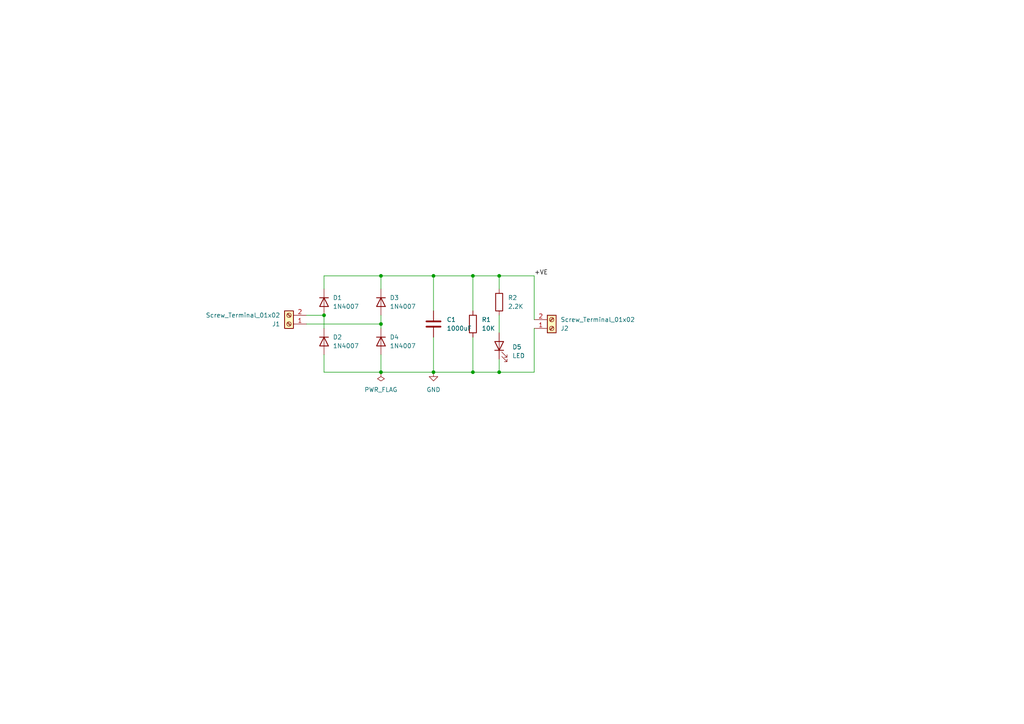
<source format=kicad_sch>
(kicad_sch
	(version 20231120)
	(generator "eeschema")
	(generator_version "8.0")
	(uuid "909f84d7-177e-43ee-8fff-eba7fe9a0151")
	(paper "A4")
	(title_block
		(title "AC_TO_DC_CONVERTER")
		(date "19-01-25")
	)
	(lib_symbols
		(symbol "Connector:Screw_Terminal_01x02"
			(pin_names
				(offset 1.016) hide)
			(exclude_from_sim no)
			(in_bom yes)
			(on_board yes)
			(property "Reference" "J"
				(at 0 2.54 0)
				(effects
					(font
						(size 1.27 1.27)
					)
				)
			)
			(property "Value" "Screw_Terminal_01x02"
				(at 0 -5.08 0)
				(effects
					(font
						(size 1.27 1.27)
					)
				)
			)
			(property "Footprint" ""
				(at 0 0 0)
				(effects
					(font
						(size 1.27 1.27)
					)
					(hide yes)
				)
			)
			(property "Datasheet" "~"
				(at 0 0 0)
				(effects
					(font
						(size 1.27 1.27)
					)
					(hide yes)
				)
			)
			(property "Description" "Generic screw terminal, single row, 01x02, script generated (kicad-library-utils/schlib/autogen/connector/)"
				(at 0 0 0)
				(effects
					(font
						(size 1.27 1.27)
					)
					(hide yes)
				)
			)
			(property "ki_keywords" "screw terminal"
				(at 0 0 0)
				(effects
					(font
						(size 1.27 1.27)
					)
					(hide yes)
				)
			)
			(property "ki_fp_filters" "TerminalBlock*:*"
				(at 0 0 0)
				(effects
					(font
						(size 1.27 1.27)
					)
					(hide yes)
				)
			)
			(symbol "Screw_Terminal_01x02_1_1"
				(rectangle
					(start -1.27 1.27)
					(end 1.27 -3.81)
					(stroke
						(width 0.254)
						(type default)
					)
					(fill
						(type background)
					)
				)
				(circle
					(center 0 -2.54)
					(radius 0.635)
					(stroke
						(width 0.1524)
						(type default)
					)
					(fill
						(type none)
					)
				)
				(polyline
					(pts
						(xy -0.5334 -2.2098) (xy 0.3302 -3.048)
					)
					(stroke
						(width 0.1524)
						(type default)
					)
					(fill
						(type none)
					)
				)
				(polyline
					(pts
						(xy -0.5334 0.3302) (xy 0.3302 -0.508)
					)
					(stroke
						(width 0.1524)
						(type default)
					)
					(fill
						(type none)
					)
				)
				(polyline
					(pts
						(xy -0.3556 -2.032) (xy 0.508 -2.8702)
					)
					(stroke
						(width 0.1524)
						(type default)
					)
					(fill
						(type none)
					)
				)
				(polyline
					(pts
						(xy -0.3556 0.508) (xy 0.508 -0.3302)
					)
					(stroke
						(width 0.1524)
						(type default)
					)
					(fill
						(type none)
					)
				)
				(circle
					(center 0 0)
					(radius 0.635)
					(stroke
						(width 0.1524)
						(type default)
					)
					(fill
						(type none)
					)
				)
				(pin passive line
					(at -5.08 0 0)
					(length 3.81)
					(name "Pin_1"
						(effects
							(font
								(size 1.27 1.27)
							)
						)
					)
					(number "1"
						(effects
							(font
								(size 1.27 1.27)
							)
						)
					)
				)
				(pin passive line
					(at -5.08 -2.54 0)
					(length 3.81)
					(name "Pin_2"
						(effects
							(font
								(size 1.27 1.27)
							)
						)
					)
					(number "2"
						(effects
							(font
								(size 1.27 1.27)
							)
						)
					)
				)
			)
		)
		(symbol "Device:C"
			(pin_numbers hide)
			(pin_names
				(offset 0.254)
			)
			(exclude_from_sim no)
			(in_bom yes)
			(on_board yes)
			(property "Reference" "C"
				(at 0.635 2.54 0)
				(effects
					(font
						(size 1.27 1.27)
					)
					(justify left)
				)
			)
			(property "Value" "C"
				(at 0.635 -2.54 0)
				(effects
					(font
						(size 1.27 1.27)
					)
					(justify left)
				)
			)
			(property "Footprint" ""
				(at 0.9652 -3.81 0)
				(effects
					(font
						(size 1.27 1.27)
					)
					(hide yes)
				)
			)
			(property "Datasheet" "~"
				(at 0 0 0)
				(effects
					(font
						(size 1.27 1.27)
					)
					(hide yes)
				)
			)
			(property "Description" "Unpolarized capacitor"
				(at 0 0 0)
				(effects
					(font
						(size 1.27 1.27)
					)
					(hide yes)
				)
			)
			(property "ki_keywords" "cap capacitor"
				(at 0 0 0)
				(effects
					(font
						(size 1.27 1.27)
					)
					(hide yes)
				)
			)
			(property "ki_fp_filters" "C_*"
				(at 0 0 0)
				(effects
					(font
						(size 1.27 1.27)
					)
					(hide yes)
				)
			)
			(symbol "C_0_1"
				(polyline
					(pts
						(xy -2.032 -0.762) (xy 2.032 -0.762)
					)
					(stroke
						(width 0.508)
						(type default)
					)
					(fill
						(type none)
					)
				)
				(polyline
					(pts
						(xy -2.032 0.762) (xy 2.032 0.762)
					)
					(stroke
						(width 0.508)
						(type default)
					)
					(fill
						(type none)
					)
				)
			)
			(symbol "C_1_1"
				(pin passive line
					(at 0 3.81 270)
					(length 2.794)
					(name "~"
						(effects
							(font
								(size 1.27 1.27)
							)
						)
					)
					(number "1"
						(effects
							(font
								(size 1.27 1.27)
							)
						)
					)
				)
				(pin passive line
					(at 0 -3.81 90)
					(length 2.794)
					(name "~"
						(effects
							(font
								(size 1.27 1.27)
							)
						)
					)
					(number "2"
						(effects
							(font
								(size 1.27 1.27)
							)
						)
					)
				)
			)
		)
		(symbol "Device:LED"
			(pin_numbers hide)
			(pin_names
				(offset 1.016) hide)
			(exclude_from_sim no)
			(in_bom yes)
			(on_board yes)
			(property "Reference" "D"
				(at 0 2.54 0)
				(effects
					(font
						(size 1.27 1.27)
					)
				)
			)
			(property "Value" "LED"
				(at 0 -2.54 0)
				(effects
					(font
						(size 1.27 1.27)
					)
				)
			)
			(property "Footprint" ""
				(at 0 0 0)
				(effects
					(font
						(size 1.27 1.27)
					)
					(hide yes)
				)
			)
			(property "Datasheet" "~"
				(at 0 0 0)
				(effects
					(font
						(size 1.27 1.27)
					)
					(hide yes)
				)
			)
			(property "Description" "Light emitting diode"
				(at 0 0 0)
				(effects
					(font
						(size 1.27 1.27)
					)
					(hide yes)
				)
			)
			(property "ki_keywords" "LED diode"
				(at 0 0 0)
				(effects
					(font
						(size 1.27 1.27)
					)
					(hide yes)
				)
			)
			(property "ki_fp_filters" "LED* LED_SMD:* LED_THT:*"
				(at 0 0 0)
				(effects
					(font
						(size 1.27 1.27)
					)
					(hide yes)
				)
			)
			(symbol "LED_0_1"
				(polyline
					(pts
						(xy -1.27 -1.27) (xy -1.27 1.27)
					)
					(stroke
						(width 0.254)
						(type default)
					)
					(fill
						(type none)
					)
				)
				(polyline
					(pts
						(xy -1.27 0) (xy 1.27 0)
					)
					(stroke
						(width 0)
						(type default)
					)
					(fill
						(type none)
					)
				)
				(polyline
					(pts
						(xy 1.27 -1.27) (xy 1.27 1.27) (xy -1.27 0) (xy 1.27 -1.27)
					)
					(stroke
						(width 0.254)
						(type default)
					)
					(fill
						(type none)
					)
				)
				(polyline
					(pts
						(xy -3.048 -0.762) (xy -4.572 -2.286) (xy -3.81 -2.286) (xy -4.572 -2.286) (xy -4.572 -1.524)
					)
					(stroke
						(width 0)
						(type default)
					)
					(fill
						(type none)
					)
				)
				(polyline
					(pts
						(xy -1.778 -0.762) (xy -3.302 -2.286) (xy -2.54 -2.286) (xy -3.302 -2.286) (xy -3.302 -1.524)
					)
					(stroke
						(width 0)
						(type default)
					)
					(fill
						(type none)
					)
				)
			)
			(symbol "LED_1_1"
				(pin passive line
					(at -3.81 0 0)
					(length 2.54)
					(name "K"
						(effects
							(font
								(size 1.27 1.27)
							)
						)
					)
					(number "1"
						(effects
							(font
								(size 1.27 1.27)
							)
						)
					)
				)
				(pin passive line
					(at 3.81 0 180)
					(length 2.54)
					(name "A"
						(effects
							(font
								(size 1.27 1.27)
							)
						)
					)
					(number "2"
						(effects
							(font
								(size 1.27 1.27)
							)
						)
					)
				)
			)
		)
		(symbol "Device:R"
			(pin_numbers hide)
			(pin_names
				(offset 0)
			)
			(exclude_from_sim no)
			(in_bom yes)
			(on_board yes)
			(property "Reference" "R"
				(at 2.032 0 90)
				(effects
					(font
						(size 1.27 1.27)
					)
				)
			)
			(property "Value" "R"
				(at 0 0 90)
				(effects
					(font
						(size 1.27 1.27)
					)
				)
			)
			(property "Footprint" ""
				(at -1.778 0 90)
				(effects
					(font
						(size 1.27 1.27)
					)
					(hide yes)
				)
			)
			(property "Datasheet" "~"
				(at 0 0 0)
				(effects
					(font
						(size 1.27 1.27)
					)
					(hide yes)
				)
			)
			(property "Description" "Resistor"
				(at 0 0 0)
				(effects
					(font
						(size 1.27 1.27)
					)
					(hide yes)
				)
			)
			(property "ki_keywords" "R res resistor"
				(at 0 0 0)
				(effects
					(font
						(size 1.27 1.27)
					)
					(hide yes)
				)
			)
			(property "ki_fp_filters" "R_*"
				(at 0 0 0)
				(effects
					(font
						(size 1.27 1.27)
					)
					(hide yes)
				)
			)
			(symbol "R_0_1"
				(rectangle
					(start -1.016 -2.54)
					(end 1.016 2.54)
					(stroke
						(width 0.254)
						(type default)
					)
					(fill
						(type none)
					)
				)
			)
			(symbol "R_1_1"
				(pin passive line
					(at 0 3.81 270)
					(length 1.27)
					(name "~"
						(effects
							(font
								(size 1.27 1.27)
							)
						)
					)
					(number "1"
						(effects
							(font
								(size 1.27 1.27)
							)
						)
					)
				)
				(pin passive line
					(at 0 -3.81 90)
					(length 1.27)
					(name "~"
						(effects
							(font
								(size 1.27 1.27)
							)
						)
					)
					(number "2"
						(effects
							(font
								(size 1.27 1.27)
							)
						)
					)
				)
			)
		)
		(symbol "Diode:1N4007"
			(pin_numbers hide)
			(pin_names hide)
			(exclude_from_sim no)
			(in_bom yes)
			(on_board yes)
			(property "Reference" "D"
				(at 0 2.54 0)
				(effects
					(font
						(size 1.27 1.27)
					)
				)
			)
			(property "Value" "1N4007"
				(at 0 -2.54 0)
				(effects
					(font
						(size 1.27 1.27)
					)
				)
			)
			(property "Footprint" "Diode_THT:D_DO-41_SOD81_P10.16mm_Horizontal"
				(at 0 -4.445 0)
				(effects
					(font
						(size 1.27 1.27)
					)
					(hide yes)
				)
			)
			(property "Datasheet" "http://www.vishay.com/docs/88503/1n4001.pdf"
				(at 0 0 0)
				(effects
					(font
						(size 1.27 1.27)
					)
					(hide yes)
				)
			)
			(property "Description" "1000V 1A General Purpose Rectifier Diode, DO-41"
				(at 0 0 0)
				(effects
					(font
						(size 1.27 1.27)
					)
					(hide yes)
				)
			)
			(property "Sim.Device" "D"
				(at 0 0 0)
				(effects
					(font
						(size 1.27 1.27)
					)
					(hide yes)
				)
			)
			(property "Sim.Pins" "1=K 2=A"
				(at 0 0 0)
				(effects
					(font
						(size 1.27 1.27)
					)
					(hide yes)
				)
			)
			(property "ki_keywords" "diode"
				(at 0 0 0)
				(effects
					(font
						(size 1.27 1.27)
					)
					(hide yes)
				)
			)
			(property "ki_fp_filters" "D*DO?41*"
				(at 0 0 0)
				(effects
					(font
						(size 1.27 1.27)
					)
					(hide yes)
				)
			)
			(symbol "1N4007_0_1"
				(polyline
					(pts
						(xy -1.27 1.27) (xy -1.27 -1.27)
					)
					(stroke
						(width 0.254)
						(type default)
					)
					(fill
						(type none)
					)
				)
				(polyline
					(pts
						(xy 1.27 0) (xy -1.27 0)
					)
					(stroke
						(width 0)
						(type default)
					)
					(fill
						(type none)
					)
				)
				(polyline
					(pts
						(xy 1.27 1.27) (xy 1.27 -1.27) (xy -1.27 0) (xy 1.27 1.27)
					)
					(stroke
						(width 0.254)
						(type default)
					)
					(fill
						(type none)
					)
				)
			)
			(symbol "1N4007_1_1"
				(pin passive line
					(at -3.81 0 0)
					(length 2.54)
					(name "K"
						(effects
							(font
								(size 1.27 1.27)
							)
						)
					)
					(number "1"
						(effects
							(font
								(size 1.27 1.27)
							)
						)
					)
				)
				(pin passive line
					(at 3.81 0 180)
					(length 2.54)
					(name "A"
						(effects
							(font
								(size 1.27 1.27)
							)
						)
					)
					(number "2"
						(effects
							(font
								(size 1.27 1.27)
							)
						)
					)
				)
			)
		)
		(symbol "power:GND"
			(power)
			(pin_numbers hide)
			(pin_names
				(offset 0) hide)
			(exclude_from_sim no)
			(in_bom yes)
			(on_board yes)
			(property "Reference" "#PWR"
				(at 0 -6.35 0)
				(effects
					(font
						(size 1.27 1.27)
					)
					(hide yes)
				)
			)
			(property "Value" "GND"
				(at 0 -3.81 0)
				(effects
					(font
						(size 1.27 1.27)
					)
				)
			)
			(property "Footprint" ""
				(at 0 0 0)
				(effects
					(font
						(size 1.27 1.27)
					)
					(hide yes)
				)
			)
			(property "Datasheet" ""
				(at 0 0 0)
				(effects
					(font
						(size 1.27 1.27)
					)
					(hide yes)
				)
			)
			(property "Description" "Power symbol creates a global label with name \"GND\" , ground"
				(at 0 0 0)
				(effects
					(font
						(size 1.27 1.27)
					)
					(hide yes)
				)
			)
			(property "ki_keywords" "global power"
				(at 0 0 0)
				(effects
					(font
						(size 1.27 1.27)
					)
					(hide yes)
				)
			)
			(symbol "GND_0_1"
				(polyline
					(pts
						(xy 0 0) (xy 0 -1.27) (xy 1.27 -1.27) (xy 0 -2.54) (xy -1.27 -1.27) (xy 0 -1.27)
					)
					(stroke
						(width 0)
						(type default)
					)
					(fill
						(type none)
					)
				)
			)
			(symbol "GND_1_1"
				(pin power_in line
					(at 0 0 270)
					(length 0)
					(name "~"
						(effects
							(font
								(size 1.27 1.27)
							)
						)
					)
					(number "1"
						(effects
							(font
								(size 1.27 1.27)
							)
						)
					)
				)
			)
		)
		(symbol "power:PWR_FLAG"
			(power)
			(pin_numbers hide)
			(pin_names
				(offset 0) hide)
			(exclude_from_sim no)
			(in_bom yes)
			(on_board yes)
			(property "Reference" "#FLG"
				(at 0 1.905 0)
				(effects
					(font
						(size 1.27 1.27)
					)
					(hide yes)
				)
			)
			(property "Value" "PWR_FLAG"
				(at 0 3.81 0)
				(effects
					(font
						(size 1.27 1.27)
					)
				)
			)
			(property "Footprint" ""
				(at 0 0 0)
				(effects
					(font
						(size 1.27 1.27)
					)
					(hide yes)
				)
			)
			(property "Datasheet" "~"
				(at 0 0 0)
				(effects
					(font
						(size 1.27 1.27)
					)
					(hide yes)
				)
			)
			(property "Description" "Special symbol for telling ERC where power comes from"
				(at 0 0 0)
				(effects
					(font
						(size 1.27 1.27)
					)
					(hide yes)
				)
			)
			(property "ki_keywords" "flag power"
				(at 0 0 0)
				(effects
					(font
						(size 1.27 1.27)
					)
					(hide yes)
				)
			)
			(symbol "PWR_FLAG_0_0"
				(pin power_out line
					(at 0 0 90)
					(length 0)
					(name "~"
						(effects
							(font
								(size 1.27 1.27)
							)
						)
					)
					(number "1"
						(effects
							(font
								(size 1.27 1.27)
							)
						)
					)
				)
			)
			(symbol "PWR_FLAG_0_1"
				(polyline
					(pts
						(xy 0 0) (xy 0 1.27) (xy -1.016 1.905) (xy 0 2.54) (xy 1.016 1.905) (xy 0 1.27)
					)
					(stroke
						(width 0)
						(type default)
					)
					(fill
						(type none)
					)
				)
			)
		)
	)
	(junction
		(at 110.49 107.95)
		(diameter 0)
		(color 0 0 0 0)
		(uuid "096b1a6b-41ef-4941-b806-62bba9561f3d")
	)
	(junction
		(at 110.49 80.01)
		(diameter 0)
		(color 0 0 0 0)
		(uuid "0c2bfc3b-af0c-4d9c-b7e2-544413d5046a")
	)
	(junction
		(at 125.73 80.01)
		(diameter 0)
		(color 0 0 0 0)
		(uuid "1b4eb28f-63f9-4a81-ad4c-deb4815d81a7")
	)
	(junction
		(at 110.49 93.98)
		(diameter 0)
		(color 0 0 0 0)
		(uuid "6b3fc6ab-9a4c-4420-b6e9-5a8809e673cf")
	)
	(junction
		(at 144.78 80.01)
		(diameter 0)
		(color 0 0 0 0)
		(uuid "6fe7c7d0-e563-4ebf-b54d-87296913c70a")
	)
	(junction
		(at 137.16 80.01)
		(diameter 0)
		(color 0 0 0 0)
		(uuid "71b1577c-6638-45c8-b501-1a613f4bea01")
	)
	(junction
		(at 93.98 91.44)
		(diameter 0)
		(color 0 0 0 0)
		(uuid "7f74418e-b473-4c81-9763-1e2549d52dca")
	)
	(junction
		(at 137.16 107.95)
		(diameter 0)
		(color 0 0 0 0)
		(uuid "b296ee17-21e7-4c92-b87d-3aba732cde88")
	)
	(junction
		(at 125.73 107.95)
		(diameter 0)
		(color 0 0 0 0)
		(uuid "e93279b8-0779-4c9c-9fc7-a0f5dcbcc398")
	)
	(junction
		(at 144.78 107.95)
		(diameter 0)
		(color 0 0 0 0)
		(uuid "f76ec81d-80f7-4bcc-98ff-2ffd4c8c840a")
	)
	(wire
		(pts
			(xy 110.49 102.87) (xy 110.49 107.95)
		)
		(stroke
			(width 0)
			(type default)
		)
		(uuid "020e0df3-8f79-4356-b73b-eb905f8d4182")
	)
	(wire
		(pts
			(xy 137.16 80.01) (xy 144.78 80.01)
		)
		(stroke
			(width 0)
			(type default)
		)
		(uuid "0744fb17-4d5f-4a68-8624-2aefdce26347")
	)
	(wire
		(pts
			(xy 110.49 91.44) (xy 110.49 93.98)
		)
		(stroke
			(width 0)
			(type default)
		)
		(uuid "074512da-a5be-4fd3-8555-7740a3683b14")
	)
	(wire
		(pts
			(xy 144.78 91.44) (xy 144.78 96.52)
		)
		(stroke
			(width 0)
			(type default)
		)
		(uuid "076d15a5-5e75-428a-bca1-aa168d55606c")
	)
	(wire
		(pts
			(xy 93.98 91.44) (xy 93.98 95.25)
		)
		(stroke
			(width 0)
			(type default)
		)
		(uuid "0c74044c-4779-4264-abea-b063b01af25b")
	)
	(wire
		(pts
			(xy 93.98 102.87) (xy 93.98 107.95)
		)
		(stroke
			(width 0)
			(type default)
		)
		(uuid "23d60ea0-431f-42c6-9d7c-53e5d1010af1")
	)
	(wire
		(pts
			(xy 137.16 107.95) (xy 144.78 107.95)
		)
		(stroke
			(width 0)
			(type default)
		)
		(uuid "2fcbf1fd-94e5-4cee-a458-c9d99f5fa082")
	)
	(wire
		(pts
			(xy 93.98 80.01) (xy 110.49 80.01)
		)
		(stroke
			(width 0)
			(type default)
		)
		(uuid "324f4eea-67ca-41a8-8139-2057f68b88d8")
	)
	(wire
		(pts
			(xy 125.73 90.17) (xy 125.73 80.01)
		)
		(stroke
			(width 0)
			(type default)
		)
		(uuid "34bfed43-89f0-4410-96ef-b687ba5ba9ec")
	)
	(wire
		(pts
			(xy 93.98 83.82) (xy 93.98 80.01)
		)
		(stroke
			(width 0)
			(type default)
		)
		(uuid "3a1eee81-7b49-4c0a-8f08-e20887d6cc71")
	)
	(wire
		(pts
			(xy 137.16 80.01) (xy 137.16 90.17)
		)
		(stroke
			(width 0)
			(type default)
		)
		(uuid "5061a99f-0e01-4035-9cbd-8489d292ce70")
	)
	(wire
		(pts
			(xy 154.94 107.95) (xy 144.78 107.95)
		)
		(stroke
			(width 0)
			(type default)
		)
		(uuid "62d48ea4-237b-4134-9494-77c02f560363")
	)
	(wire
		(pts
			(xy 125.73 97.79) (xy 125.73 107.95)
		)
		(stroke
			(width 0)
			(type default)
		)
		(uuid "6dca4e26-e8e8-4ff8-a9f2-e0bdd5fb8d11")
	)
	(wire
		(pts
			(xy 93.98 107.95) (xy 110.49 107.95)
		)
		(stroke
			(width 0)
			(type default)
		)
		(uuid "71905ab4-220d-4a67-a8bb-28737ab90c5d")
	)
	(wire
		(pts
			(xy 154.94 95.25) (xy 154.94 107.95)
		)
		(stroke
			(width 0)
			(type default)
		)
		(uuid "7ced31f1-0ea0-49cd-80eb-4e3130b087c5")
	)
	(wire
		(pts
			(xy 110.49 80.01) (xy 110.49 83.82)
		)
		(stroke
			(width 0)
			(type default)
		)
		(uuid "821ee1c0-db84-42d6-b710-1c55ef1a5ea3")
	)
	(wire
		(pts
			(xy 88.9 91.44) (xy 93.98 91.44)
		)
		(stroke
			(width 0)
			(type default)
		)
		(uuid "852940a1-3f49-4f31-94af-62e838d8fdcc")
	)
	(wire
		(pts
			(xy 125.73 107.95) (xy 110.49 107.95)
		)
		(stroke
			(width 0)
			(type default)
		)
		(uuid "8c01a060-85ab-4192-836c-9cb3ea43d8ff")
	)
	(wire
		(pts
			(xy 125.73 80.01) (xy 137.16 80.01)
		)
		(stroke
			(width 0)
			(type default)
		)
		(uuid "91e62511-e681-40bd-abe0-5e3a8719009b")
	)
	(wire
		(pts
			(xy 110.49 93.98) (xy 110.49 95.25)
		)
		(stroke
			(width 0)
			(type default)
		)
		(uuid "9ac41715-120c-4386-983c-cb66a53c09e7")
	)
	(wire
		(pts
			(xy 137.16 97.79) (xy 137.16 107.95)
		)
		(stroke
			(width 0)
			(type default)
		)
		(uuid "aa068f1d-0644-4124-95c6-220facee0342")
	)
	(wire
		(pts
			(xy 88.9 93.98) (xy 110.49 93.98)
		)
		(stroke
			(width 0)
			(type default)
		)
		(uuid "b01a63c7-6594-4007-b20d-de1827aa64b5")
	)
	(wire
		(pts
			(xy 144.78 107.95) (xy 144.78 104.14)
		)
		(stroke
			(width 0)
			(type default)
		)
		(uuid "b846f42c-3808-49e4-90fb-2b0c55be8b1d")
	)
	(wire
		(pts
			(xy 144.78 80.01) (xy 144.78 83.82)
		)
		(stroke
			(width 0)
			(type default)
		)
		(uuid "bbfd0b79-8721-496d-804f-d945a976964e")
	)
	(wire
		(pts
			(xy 144.78 80.01) (xy 154.94 80.01)
		)
		(stroke
			(width 0)
			(type default)
		)
		(uuid "c0023aae-a44d-42a7-a6b8-103c11b0a8a0")
	)
	(wire
		(pts
			(xy 154.94 92.71) (xy 154.94 80.01)
		)
		(stroke
			(width 0)
			(type default)
		)
		(uuid "d646798f-c151-4d74-8c80-d73ae5f2a82c")
	)
	(wire
		(pts
			(xy 125.73 80.01) (xy 110.49 80.01)
		)
		(stroke
			(width 0)
			(type default)
		)
		(uuid "e5982ac8-cdad-4f1d-a9aa-c638a1ebd459")
	)
	(wire
		(pts
			(xy 125.73 107.95) (xy 137.16 107.95)
		)
		(stroke
			(width 0)
			(type default)
		)
		(uuid "f4afd2a0-4f59-435d-a3bf-7bfd1abac3ee")
	)
	(label "+VE"
		(at 154.94 80.01 0)
		(fields_autoplaced yes)
		(effects
			(font
				(size 1.27 1.27)
			)
			(justify left bottom)
		)
		(uuid "09fce7cd-7b7e-4044-986d-330c1526231c")
	)
	(symbol
		(lib_id "Connector:Screw_Terminal_01x02")
		(at 83.82 93.98 180)
		(unit 1)
		(exclude_from_sim no)
		(in_bom yes)
		(on_board yes)
		(dnp no)
		(uuid "11eecdc4-0ab4-4cbb-b26e-49e948cafe72")
		(property "Reference" "J1"
			(at 81.28 93.9801 0)
			(effects
				(font
					(size 1.27 1.27)
				)
				(justify left)
			)
		)
		(property "Value" "Screw_Terminal_01x02"
			(at 81.28 91.4401 0)
			(effects
				(font
					(size 1.27 1.27)
				)
				(justify left)
			)
		)
		(property "Footprint" "TerminalBlock:TerminalBlock_bornier-2_P5.08mm"
			(at 83.82 93.98 0)
			(effects
				(font
					(size 1.27 1.27)
				)
				(hide yes)
			)
		)
		(property "Datasheet" "~"
			(at 83.82 93.98 0)
			(effects
				(font
					(size 1.27 1.27)
				)
				(hide yes)
			)
		)
		(property "Description" "Generic screw terminal, single row, 01x02, script generated (kicad-library-utils/schlib/autogen/connector/)"
			(at 83.82 93.98 0)
			(effects
				(font
					(size 1.27 1.27)
				)
				(hide yes)
			)
		)
		(pin "1"
			(uuid "3d5752fc-aafc-4f80-8a56-78970b416c37")
		)
		(pin "2"
			(uuid "973d6939-785f-4aa7-aeac-51abdec25a49")
		)
		(instances
			(project ""
				(path "/909f84d7-177e-43ee-8fff-eba7fe9a0151"
					(reference "J1")
					(unit 1)
				)
			)
		)
	)
	(symbol
		(lib_id "power:GND")
		(at 125.73 107.95 0)
		(unit 1)
		(exclude_from_sim no)
		(in_bom yes)
		(on_board yes)
		(dnp no)
		(fields_autoplaced yes)
		(uuid "24f2d31c-5066-4be1-bfff-9cc4729e047e")
		(property "Reference" "#PWR01"
			(at 125.73 114.3 0)
			(effects
				(font
					(size 1.27 1.27)
				)
				(hide yes)
			)
		)
		(property "Value" "GND"
			(at 125.73 113.03 0)
			(effects
				(font
					(size 1.27 1.27)
				)
			)
		)
		(property "Footprint" ""
			(at 125.73 107.95 0)
			(effects
				(font
					(size 1.27 1.27)
				)
				(hide yes)
			)
		)
		(property "Datasheet" ""
			(at 125.73 107.95 0)
			(effects
				(font
					(size 1.27 1.27)
				)
				(hide yes)
			)
		)
		(property "Description" "Power symbol creates a global label with name \"GND\" , ground"
			(at 125.73 107.95 0)
			(effects
				(font
					(size 1.27 1.27)
				)
				(hide yes)
			)
		)
		(pin "1"
			(uuid "f06a3acd-26c3-42df-abfe-757b721d6c45")
		)
		(instances
			(project ""
				(path "/909f84d7-177e-43ee-8fff-eba7fe9a0151"
					(reference "#PWR01")
					(unit 1)
				)
			)
		)
	)
	(symbol
		(lib_id "Diode:1N4007")
		(at 93.98 87.63 270)
		(unit 1)
		(exclude_from_sim no)
		(in_bom yes)
		(on_board yes)
		(dnp no)
		(fields_autoplaced yes)
		(uuid "25dc6adf-1585-44e0-b94b-52fb1c9a0b87")
		(property "Reference" "D1"
			(at 96.52 86.3599 90)
			(effects
				(font
					(size 1.27 1.27)
				)
				(justify left)
			)
		)
		(property "Value" "1N4007"
			(at 96.52 88.8999 90)
			(effects
				(font
					(size 1.27 1.27)
				)
				(justify left)
			)
		)
		(property "Footprint" "Diode_THT:D_DO-41_SOD81_P10.16mm_Horizontal"
			(at 89.535 87.63 0)
			(effects
				(font
					(size 1.27 1.27)
				)
				(hide yes)
			)
		)
		(property "Datasheet" "http://www.vishay.com/docs/88503/1n4001.pdf"
			(at 93.98 87.63 0)
			(effects
				(font
					(size 1.27 1.27)
				)
				(hide yes)
			)
		)
		(property "Description" "1000V 1A General Purpose Rectifier Diode, DO-41"
			(at 93.98 87.63 0)
			(effects
				(font
					(size 1.27 1.27)
				)
				(hide yes)
			)
		)
		(property "Sim.Device" "D"
			(at 93.98 87.63 0)
			(effects
				(font
					(size 1.27 1.27)
				)
				(hide yes)
			)
		)
		(property "Sim.Pins" "1=K 2=A"
			(at 93.98 87.63 0)
			(effects
				(font
					(size 1.27 1.27)
				)
				(hide yes)
			)
		)
		(pin "1"
			(uuid "f22fa8e1-4ccf-4271-982e-87cd2386edc8")
		)
		(pin "2"
			(uuid "84f5fd86-4fc7-4c85-8ac5-d37ef4c1207a")
		)
		(instances
			(project ""
				(path "/909f84d7-177e-43ee-8fff-eba7fe9a0151"
					(reference "D1")
					(unit 1)
				)
			)
		)
	)
	(symbol
		(lib_id "Diode:1N4007")
		(at 110.49 99.06 270)
		(unit 1)
		(exclude_from_sim no)
		(in_bom yes)
		(on_board yes)
		(dnp no)
		(fields_autoplaced yes)
		(uuid "2b870237-1308-4f81-bf31-1c640e488fd0")
		(property "Reference" "D4"
			(at 113.03 97.7899 90)
			(effects
				(font
					(size 1.27 1.27)
				)
				(justify left)
			)
		)
		(property "Value" "1N4007"
			(at 113.03 100.3299 90)
			(effects
				(font
					(size 1.27 1.27)
				)
				(justify left)
			)
		)
		(property "Footprint" "Diode_THT:D_DO-41_SOD81_P10.16mm_Horizontal"
			(at 106.045 99.06 0)
			(effects
				(font
					(size 1.27 1.27)
				)
				(hide yes)
			)
		)
		(property "Datasheet" "http://www.vishay.com/docs/88503/1n4001.pdf"
			(at 110.49 99.06 0)
			(effects
				(font
					(size 1.27 1.27)
				)
				(hide yes)
			)
		)
		(property "Description" "1000V 1A General Purpose Rectifier Diode, DO-41"
			(at 110.49 99.06 0)
			(effects
				(font
					(size 1.27 1.27)
				)
				(hide yes)
			)
		)
		(property "Sim.Device" "D"
			(at 110.49 99.06 0)
			(effects
				(font
					(size 1.27 1.27)
				)
				(hide yes)
			)
		)
		(property "Sim.Pins" "1=K 2=A"
			(at 110.49 99.06 0)
			(effects
				(font
					(size 1.27 1.27)
				)
				(hide yes)
			)
		)
		(pin "1"
			(uuid "5046e4be-06be-4921-b516-adc0026515f3")
		)
		(pin "2"
			(uuid "02b6718c-b293-4e74-a667-948c555c13fe")
		)
		(instances
			(project "project1"
				(path "/909f84d7-177e-43ee-8fff-eba7fe9a0151"
					(reference "D4")
					(unit 1)
				)
			)
		)
	)
	(symbol
		(lib_id "Device:LED")
		(at 144.78 100.33 90)
		(unit 1)
		(exclude_from_sim no)
		(in_bom yes)
		(on_board yes)
		(dnp no)
		(fields_autoplaced yes)
		(uuid "3dc66b64-9598-4a20-aafe-e4ab9f24a4c3")
		(property "Reference" "D5"
			(at 148.59 100.6474 90)
			(effects
				(font
					(size 1.27 1.27)
				)
				(justify right)
			)
		)
		(property "Value" "LED"
			(at 148.59 103.1874 90)
			(effects
				(font
					(size 1.27 1.27)
				)
				(justify right)
			)
		)
		(property "Footprint" "LED_THT:LED_D5.0mm"
			(at 144.78 100.33 0)
			(effects
				(font
					(size 1.27 1.27)
				)
				(hide yes)
			)
		)
		(property "Datasheet" "~"
			(at 144.78 100.33 0)
			(effects
				(font
					(size 1.27 1.27)
				)
				(hide yes)
			)
		)
		(property "Description" "Light emitting diode"
			(at 144.78 100.33 0)
			(effects
				(font
					(size 1.27 1.27)
				)
				(hide yes)
			)
		)
		(pin "2"
			(uuid "10e6b8ba-9e7e-4f78-9a7f-86e6666c20b4")
		)
		(pin "1"
			(uuid "866926a5-053d-4746-942d-0c43eb695907")
		)
		(instances
			(project ""
				(path "/909f84d7-177e-43ee-8fff-eba7fe9a0151"
					(reference "D5")
					(unit 1)
				)
			)
		)
	)
	(symbol
		(lib_id "Diode:1N4007")
		(at 110.49 87.63 270)
		(unit 1)
		(exclude_from_sim no)
		(in_bom yes)
		(on_board yes)
		(dnp no)
		(fields_autoplaced yes)
		(uuid "3df11927-09db-4ff9-845e-54279a1770f2")
		(property "Reference" "D3"
			(at 113.03 86.3599 90)
			(effects
				(font
					(size 1.27 1.27)
				)
				(justify left)
			)
		)
		(property "Value" "1N4007"
			(at 113.03 88.8999 90)
			(effects
				(font
					(size 1.27 1.27)
				)
				(justify left)
			)
		)
		(property "Footprint" "Diode_THT:D_DO-41_SOD81_P10.16mm_Horizontal"
			(at 106.045 87.63 0)
			(effects
				(font
					(size 1.27 1.27)
				)
				(hide yes)
			)
		)
		(property "Datasheet" "http://www.vishay.com/docs/88503/1n4001.pdf"
			(at 110.49 87.63 0)
			(effects
				(font
					(size 1.27 1.27)
				)
				(hide yes)
			)
		)
		(property "Description" "1000V 1A General Purpose Rectifier Diode, DO-41"
			(at 110.49 87.63 0)
			(effects
				(font
					(size 1.27 1.27)
				)
				(hide yes)
			)
		)
		(property "Sim.Device" "D"
			(at 110.49 87.63 0)
			(effects
				(font
					(size 1.27 1.27)
				)
				(hide yes)
			)
		)
		(property "Sim.Pins" "1=K 2=A"
			(at 110.49 87.63 0)
			(effects
				(font
					(size 1.27 1.27)
				)
				(hide yes)
			)
		)
		(pin "1"
			(uuid "797ae25a-642e-4124-8f3e-992e3fde5b3d")
		)
		(pin "2"
			(uuid "04c959d6-6c32-45d7-bec9-dc44bd3ed879")
		)
		(instances
			(project "project1"
				(path "/909f84d7-177e-43ee-8fff-eba7fe9a0151"
					(reference "D3")
					(unit 1)
				)
			)
		)
	)
	(symbol
		(lib_id "Device:R")
		(at 137.16 93.98 0)
		(unit 1)
		(exclude_from_sim no)
		(in_bom yes)
		(on_board yes)
		(dnp no)
		(fields_autoplaced yes)
		(uuid "4b438f85-b0ec-49a9-9e3f-7e152d4e275f")
		(property "Reference" "R1"
			(at 139.7 92.7099 0)
			(effects
				(font
					(size 1.27 1.27)
				)
				(justify left)
			)
		)
		(property "Value" "10K"
			(at 139.7 95.2499 0)
			(effects
				(font
					(size 1.27 1.27)
				)
				(justify left)
			)
		)
		(property "Footprint" "Resistor_THT:R_Axial_DIN0204_L3.6mm_D1.6mm_P7.62mm_Horizontal"
			(at 135.382 93.98 90)
			(effects
				(font
					(size 1.27 1.27)
				)
				(hide yes)
			)
		)
		(property "Datasheet" "~"
			(at 137.16 93.98 0)
			(effects
				(font
					(size 1.27 1.27)
				)
				(hide yes)
			)
		)
		(property "Description" "Resistor"
			(at 137.16 93.98 0)
			(effects
				(font
					(size 1.27 1.27)
				)
				(hide yes)
			)
		)
		(pin "1"
			(uuid "5433ed75-6d16-4939-a8d9-c347bca85130")
		)
		(pin "2"
			(uuid "3b7a7442-8f08-4f46-9183-93389c27549b")
		)
		(instances
			(project "project1"
				(path "/909f84d7-177e-43ee-8fff-eba7fe9a0151"
					(reference "R1")
					(unit 1)
				)
			)
		)
	)
	(symbol
		(lib_id "power:PWR_FLAG")
		(at 110.49 107.95 180)
		(unit 1)
		(exclude_from_sim no)
		(in_bom yes)
		(on_board yes)
		(dnp no)
		(fields_autoplaced yes)
		(uuid "7a228604-d50c-4e08-affb-d62e44a0a160")
		(property "Reference" "#FLG01"
			(at 110.49 109.855 0)
			(effects
				(font
					(size 1.27 1.27)
				)
				(hide yes)
			)
		)
		(property "Value" "PWR_FLAG"
			(at 110.49 113.03 0)
			(effects
				(font
					(size 1.27 1.27)
				)
			)
		)
		(property "Footprint" ""
			(at 110.49 107.95 0)
			(effects
				(font
					(size 1.27 1.27)
				)
				(hide yes)
			)
		)
		(property "Datasheet" "~"
			(at 110.49 107.95 0)
			(effects
				(font
					(size 1.27 1.27)
				)
				(hide yes)
			)
		)
		(property "Description" "Special symbol for telling ERC where power comes from"
			(at 110.49 107.95 0)
			(effects
				(font
					(size 1.27 1.27)
				)
				(hide yes)
			)
		)
		(pin "1"
			(uuid "68ba74c9-bdb1-4404-ae23-41ee564a4b3e")
		)
		(instances
			(project ""
				(path "/909f84d7-177e-43ee-8fff-eba7fe9a0151"
					(reference "#FLG01")
					(unit 1)
				)
			)
		)
	)
	(symbol
		(lib_id "Device:R")
		(at 144.78 87.63 0)
		(unit 1)
		(exclude_from_sim no)
		(in_bom yes)
		(on_board yes)
		(dnp no)
		(fields_autoplaced yes)
		(uuid "7aa46247-b139-4074-86c7-048127c6695d")
		(property "Reference" "R2"
			(at 147.32 86.3599 0)
			(effects
				(font
					(size 1.27 1.27)
				)
				(justify left)
			)
		)
		(property "Value" "2.2K"
			(at 147.32 88.8999 0)
			(effects
				(font
					(size 1.27 1.27)
				)
				(justify left)
			)
		)
		(property "Footprint" "Resistor_THT:R_Axial_DIN0204_L3.6mm_D1.6mm_P7.62mm_Horizontal"
			(at 143.002 87.63 90)
			(effects
				(font
					(size 1.27 1.27)
				)
				(hide yes)
			)
		)
		(property "Datasheet" "~"
			(at 144.78 87.63 0)
			(effects
				(font
					(size 1.27 1.27)
				)
				(hide yes)
			)
		)
		(property "Description" "Resistor"
			(at 144.78 87.63 0)
			(effects
				(font
					(size 1.27 1.27)
				)
				(hide yes)
			)
		)
		(pin "1"
			(uuid "0e8cb8a0-5e71-480e-bd08-a6e962f007df")
		)
		(pin "2"
			(uuid "0a8ae087-8e15-48a4-ad41-9767018c78c9")
		)
		(instances
			(project "project1"
				(path "/909f84d7-177e-43ee-8fff-eba7fe9a0151"
					(reference "R2")
					(unit 1)
				)
			)
		)
	)
	(symbol
		(lib_id "Diode:1N4007")
		(at 93.98 99.06 270)
		(unit 1)
		(exclude_from_sim no)
		(in_bom yes)
		(on_board yes)
		(dnp no)
		(fields_autoplaced yes)
		(uuid "a4250db3-dd98-426b-9635-36aac8df4f15")
		(property "Reference" "D2"
			(at 96.52 97.7899 90)
			(effects
				(font
					(size 1.27 1.27)
				)
				(justify left)
			)
		)
		(property "Value" "1N4007"
			(at 96.52 100.3299 90)
			(effects
				(font
					(size 1.27 1.27)
				)
				(justify left)
			)
		)
		(property "Footprint" "Diode_THT:D_DO-41_SOD81_P10.16mm_Horizontal"
			(at 89.535 99.06 0)
			(effects
				(font
					(size 1.27 1.27)
				)
				(hide yes)
			)
		)
		(property "Datasheet" "http://www.vishay.com/docs/88503/1n4001.pdf"
			(at 93.98 99.06 0)
			(effects
				(font
					(size 1.27 1.27)
				)
				(hide yes)
			)
		)
		(property "Description" "1000V 1A General Purpose Rectifier Diode, DO-41"
			(at 93.98 99.06 0)
			(effects
				(font
					(size 1.27 1.27)
				)
				(hide yes)
			)
		)
		(property "Sim.Device" "D"
			(at 93.98 99.06 0)
			(effects
				(font
					(size 1.27 1.27)
				)
				(hide yes)
			)
		)
		(property "Sim.Pins" "1=K 2=A"
			(at 93.98 99.06 0)
			(effects
				(font
					(size 1.27 1.27)
				)
				(hide yes)
			)
		)
		(pin "1"
			(uuid "9773dc7f-ac99-4e2f-adb9-a178db98b7ca")
		)
		(pin "2"
			(uuid "346e4b9c-e409-49d2-8869-5863815e1130")
		)
		(instances
			(project "project1"
				(path "/909f84d7-177e-43ee-8fff-eba7fe9a0151"
					(reference "D2")
					(unit 1)
				)
			)
		)
	)
	(symbol
		(lib_id "Connector:Screw_Terminal_01x02")
		(at 160.02 95.25 0)
		(mirror x)
		(unit 1)
		(exclude_from_sim no)
		(in_bom yes)
		(on_board yes)
		(dnp no)
		(uuid "b10e2fe5-32ed-4a6a-8319-0a49b58ddc76")
		(property "Reference" "J2"
			(at 162.56 95.2501 0)
			(effects
				(font
					(size 1.27 1.27)
				)
				(justify left)
			)
		)
		(property "Value" "Screw_Terminal_01x02"
			(at 162.56 92.7101 0)
			(effects
				(font
					(size 1.27 1.27)
				)
				(justify left)
			)
		)
		(property "Footprint" "TerminalBlock:TerminalBlock_bornier-2_P5.08mm"
			(at 160.02 95.25 0)
			(effects
				(font
					(size 1.27 1.27)
				)
				(hide yes)
			)
		)
		(property "Datasheet" "~"
			(at 160.02 95.25 0)
			(effects
				(font
					(size 1.27 1.27)
				)
				(hide yes)
			)
		)
		(property "Description" "Generic screw terminal, single row, 01x02, script generated (kicad-library-utils/schlib/autogen/connector/)"
			(at 160.02 95.25 0)
			(effects
				(font
					(size 1.27 1.27)
				)
				(hide yes)
			)
		)
		(pin "1"
			(uuid "6390e205-bce5-4e7b-b52a-ebee46767a03")
		)
		(pin "2"
			(uuid "bc0398c5-d6ac-4f36-b56d-9c871fc42ed9")
		)
		(instances
			(project "project1"
				(path "/909f84d7-177e-43ee-8fff-eba7fe9a0151"
					(reference "J2")
					(unit 1)
				)
			)
		)
	)
	(symbol
		(lib_id "Device:C")
		(at 125.73 93.98 0)
		(unit 1)
		(exclude_from_sim no)
		(in_bom yes)
		(on_board yes)
		(dnp no)
		(uuid "be601f0d-916c-4e0e-b947-c51c375010d2")
		(property "Reference" "C1"
			(at 129.54 92.7099 0)
			(effects
				(font
					(size 1.27 1.27)
				)
				(justify left)
			)
		)
		(property "Value" "1000uF"
			(at 129.54 95.2499 0)
			(effects
				(font
					(size 1.27 1.27)
				)
				(justify left)
			)
		)
		(property "Footprint" "Capacitor_THT:C_Radial_D8.0mm_H11.5mm_P3.50mm"
			(at 126.6952 97.79 0)
			(effects
				(font
					(size 1.27 1.27)
				)
				(hide yes)
			)
		)
		(property "Datasheet" "~"
			(at 125.73 93.98 0)
			(effects
				(font
					(size 1.27 1.27)
				)
				(hide yes)
			)
		)
		(property "Description" "Unpolarized capacitor"
			(at 125.73 93.98 0)
			(effects
				(font
					(size 1.27 1.27)
				)
				(hide yes)
			)
		)
		(pin "2"
			(uuid "a0b42bbc-126c-44ed-bf15-95ce897ba4ab")
		)
		(pin "1"
			(uuid "8f3bcb60-94f5-4619-af8a-558d6cee25f9")
		)
		(instances
			(project ""
				(path "/909f84d7-177e-43ee-8fff-eba7fe9a0151"
					(reference "C1")
					(unit 1)
				)
			)
		)
	)
	(sheet_instances
		(path "/"
			(page "1")
		)
	)
)

</source>
